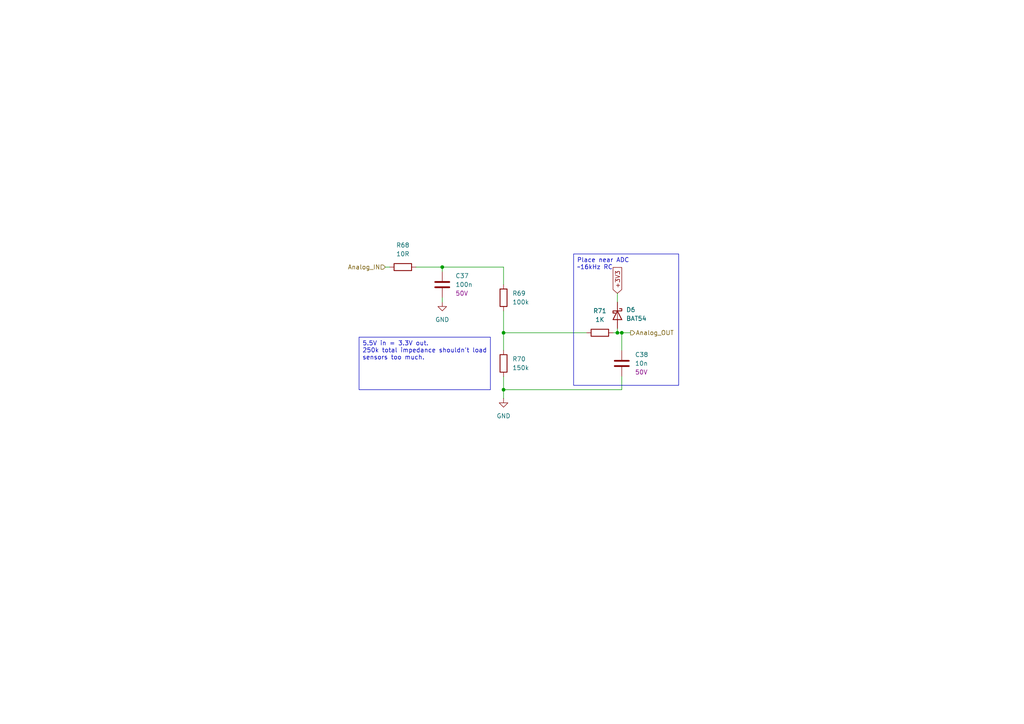
<source format=kicad_sch>
(kicad_sch (version 20250114) (generator "eeschema") (generator_version "9.0")
  (paper "A4")
  (title_block (title "Main architecture") (date "2025-08-10") (rev "1.4") (company "Alex Miller & Martin Roger") (comment 1 "https://github.com/martinroger/VXDash") (comment 2 "https://cadlab.io/projects/vxdash"))
  (lib_symbols
    (symbol "VXDash_diodes:D_Schottky" (pin_numbers (hide yes)) (pin_names (offset 1.016) (hide yes))
      (property "Reference" "D" (at 0 2.54 0))
      (property "Value" "D_Schottky" (at 0 -2.54 0))
      (symbol "D_Schottky_0_1"
        (polyline (pts (xy -1.905 0.635) (xy -1.905 1.27) (xy -1.27 1.27) (xy -1.27 -1.27) (xy -0.635 -1.27) (xy -0.635 -0.635)) (stroke (width 0.254)))
        (polyline (pts (xy 1.27 1.27) (xy 1.27 -1.27) (xy -1.27 0) (xy 1.27 1.27)) (stroke (width 0.254)))
        (polyline (pts (xy 1.27 0) (xy -1.27 0)))
      )
      (symbol "D_Schottky_1_1"
        (pin passive line (at -3.81 0 0) (length 2.54) (name "K") (number "1"))
        (pin passive line (at 3.81 0 180) (length 2.54) (name "A") (number "2"))
      )
    )
    (symbol "VXDash_passives:Cap_MLCC" (pin_numbers (hide yes)) (pin_names (offset 0.254))
      (property "Reference" "C" (at 2.54 2.54 0))
      (property "Value" "Cap_MLCC" (at 2.54 0 0))
      (property "Voltage" "50V" (at 2.54 -2.54 0))
      (symbol "Cap_MLCC_0_1"
        (polyline (pts (xy -2.032 0.762) (xy 2.032 0.762)) (stroke (width 0.508)))
        (polyline (pts (xy -2.032 -0.762) (xy 2.032 -0.762)) (stroke (width 0.508)))
      )
      (symbol "Cap_MLCC_1_1"
        (pin passive line (at 0 3.81 270) (length 2.794) (name "~") (number "1"))
        (pin passive line (at 0 -3.81 90) (length 2.794) (name "~") (number "2"))
      )
    )
    (symbol "VXDash_passives:Res" (pin_numbers (hide yes)) (pin_names (offset 0))
      (property "Reference" "R" (at 1.27 1.27 0))
      (property "Value" "Res" (at 1.27 -1.27 0))
      (symbol "Res_0_1"
        (rectangle (start -1.016 -2.54) (end 1.016 2.54) (stroke (width 0.254)))
      )
      (symbol "Res_1_1"
        (pin passive line (at 0 3.81 270) (length 1.27) (name "~") (number "1"))
        (pin passive line (at 0 -3.81 90) (length 1.27) (name "~") (number "2"))
      )
    )
    (symbol "power:GND" (power) (pin_numbers (hide yes)) (pin_names (offset 0) (hide yes))
      (property "Value" "GND" (at 0 -3.81 0))
      (symbol "GND_0_1"
        (polyline (pts (xy 0 0) (xy 0 -1.27) (xy 1.27 -1.27) (xy 0 -2.54) (xy -1.27 -1.27) (xy 0 -1.27)))
      )
      (symbol "GND_1_1"
        (pin power_in line (at 0 0 270) (length 0) (name "~") (number "1"))
      )
    )
  )
  (text_box "Place near ADC\n~16kHz RC" (at 166.37 73.66 0) (size 30.48 38.1) (margins 0.9525 0.9525 0.9525 0.9525) (effects (font (size 1.27 1.27)) (justify left top)))
  (text_box "5.5V in = 3.3V out. \n250k total impedance shouldn't load sensors too much." (at 104.14 97.79 0) (size 38.1 15.24) (margins 0.9525 0.9525 0.9525 0.9525) (effects (font (size 1.27 1.27)) (justify left top)))
  (junction (at 146.05 96.52))
  (junction (at 179.07 96.52))
  (junction (at 128.27 77.47))
  (junction (at 146.05 113.03))
  (junction (at 180.34 96.52))
  (wire (pts (xy 146.05 113.03) (xy 146.05 109.22)))
  (wire (pts (xy 146.05 96.52) (xy 170.18 96.52)))
  (wire (pts (xy 179.07 85.09) (xy 179.07 87.63)))
  (wire (pts (xy 179.07 95.25) (xy 179.07 96.52)))
  (wire (pts (xy 128.27 77.47) (xy 146.05 77.47)))
  (wire (pts (xy 120.65 77.47) (xy 128.27 77.47)))
  (wire (pts (xy 179.07 96.52) (xy 180.34 96.52)))
  (wire (pts (xy 146.05 82.55) (xy 146.05 77.47)))
  (wire (pts (xy 146.05 90.17) (xy 146.05 96.52)))
  (wire (pts (xy 177.8 96.52) (xy 179.07 96.52)))
  (wire (pts (xy 128.27 78.74) (xy 128.27 77.47)))
  (wire (pts (xy 180.34 109.22) (xy 180.34 113.03)))
  (wire (pts (xy 180.34 96.52) (xy 182.88 96.52)))
  (wire (pts (xy 146.05 96.52) (xy 146.05 101.6)))
  (wire (pts (xy 146.05 113.03) (xy 146.05 115.57)))
  (wire (pts (xy 180.34 96.52) (xy 180.34 101.6)))
  (wire (pts (xy 111.76 77.47) (xy 113.03 77.47)))
  (wire (pts (xy 146.05 113.03) (xy 180.34 113.03)))
  (wire (pts (xy 128.27 86.36) (xy 128.27 87.63)))
  (global_label "+3V3" (shape input) (at 179.07 85.09 90) (property "Intersheetrefs" "${INTERSHEET_REFS}" (effects (hide yes))))
  (hierarchical_label "Analog_IN" (shape input) (at 111.76 77.47 180))
  (hierarchical_label "Analog_OUT" (shape output) (at 182.88 96.52 0))
  (symbol (lib_id "VXDash_passives:Res") (at 173.99 96.52 90) (unit 1)
    (property "Reference" "R71" (at 173.99 90.17 90))
    (property "Value" "1K" (at 173.99 92.71 90))
    (property "Footprint" "Resistor_SMD:R_0603_1608Metric_Pad0.98x0.95mm_HandSolder" (effects (hide yes)))
    (property "Tol" "1%" (effects (hide yes)))
    (property "Power" "100mW" (effects (hide yes)))
    (instances (project "VXDash" (path "" (reference "R71") (unit 1)) (path "" (reference "R75") (unit 1))))
  )
  (symbol (lib_id "VXDash_passives:Res") (at 146.05 105.41 180) (unit 1)
    (property "Reference" "R70" (at 148.59 104.1399 0) (effects (justify right)))
    (property "Value" "150k" (at 148.59 106.6799 0) (effects (justify right)))
    (property "Footprint" "Resistor_SMD:R_0603_1608Metric_Pad0.98x0.95mm_HandSolder" (effects (hide yes)))
    (property "Tol" "1%" (effects (hide yes)))
    (property "Power" "100mW" (effects (hide yes)))
    (instances (project "VXDash" (path "" (reference "R70") (unit 1)) (path "" (reference "R74") (unit 1))))
  )
  (symbol (lib_id "VXDash_diodes:D_Schottky") (at 179.07 91.44 270) (unit 1)
    (property "Reference" "D6" (at 181.61 89.8524 90) (effects (justify left)))
    (property "Value" "BAT54" (at 181.61 92.3924 90) (effects (justify left)))
    (property "Footprint" "Diode_SMD:D_SOD-123" (effects (hide yes)))
    (property "Datasheet" "https://www.onsemi.com/pdf/datasheet/bat54t1-d.pdf" (effects (hide yes)))
    (property "Description" "Schottky diode" (effects (hide yes)))
    (property "MFT" "OnSemi" (effects (hide yes)))
    (property "MFT_PN" "BAT54T1G" (effects (hide yes)))
    (instances (project "VXDash" (path "" (reference "D6") (unit 1)) (path "" (reference "D7") (unit 1))))
  )
  (symbol (lib_id "power:GND") (at 146.05 115.57 0) (unit 1)
    (property "Reference" "#PWR058" (effects (hide yes)))
    (property "Value" "GND" (at 146.05 120.65 0))
    (property "Description" "Power symbol creates a global label with name \"GND\" , ground" (effects (hide yes)))
    (instances (project "VXDash" (path "" (reference "#PWR058") (unit 1)) (path "" (reference "#PWR060") (unit 1))))
  )
  (symbol (lib_id "VXDash_passives:Res") (at 116.84 77.47 90) (unit 1)
    (property "Reference" "R68" (at 116.84 71.12 90))
    (property "Value" "10R" (at 116.84 73.66 90))
    (property "Footprint" "Resistor_SMD:R_0805_2012Metric_Pad1.20x1.40mm_HandSolder" (effects (hide yes)))
    (property "Tol" "1%" (effects (hide yes)))
    (property "Power" "100mW" (effects (hide yes)))
    (instances (project "VXDash" (path "" (reference "R68") (unit 1)) (path "" (reference "R72") (unit 1))))
  )
  (symbol (lib_id "VXDash_passives:Cap_MLCC") (at 180.34 105.41 180) (unit 1)
    (property "Reference" "C38" (at 184.15 102.8699 0) (effects (justify right)))
    (property "Value" "10n" (at 184.15 105.4099 0) (effects (justify right)))
    (property "Footprint" "Capacitor_SMD:C_0603_1608Metric_Pad1.08x0.95mm_HandSolder" (effects (hide yes)))
    (property "Dielectric" "X7R" (effects (hide yes)))
    (property "Tol" "10%" (effects (hide yes)))
    (property "Voltage" "50V" (at 184.15 107.9499 0) (effects (justify right)))
    (instances (project "VXDash" (path "" (reference "C38") (unit 1)) (path "" (reference "C40") (unit 1))))
  )
  (symbol (lib_id "power:GND") (at 128.27 87.63 0) (unit 1)
    (property "Reference" "#PWR057" (effects (hide yes)))
    (property "Value" "GND" (at 128.27 92.71 0))
    (property "Description" "Power symbol creates a global label with name \"GND\" , ground" (effects (hide yes)))
    (instances (project "VXDash" (path "" (reference "#PWR057") (unit 1)) (path "" (reference "#PWR059") (unit 1))))
  )
  (symbol (lib_id "VXDash_passives:Res") (at 146.05 86.36 0) (unit 1)
    (property "Reference" "R69" (at 148.59 85.0899 0) (effects (justify left)))
    (property "Value" "100k" (at 148.59 87.6299 0) (effects (justify left)))
    (property "Footprint" "Resistor_SMD:R_0603_1608Metric_Pad0.98x0.95mm_HandSolder" (effects (hide yes)))
    (property "Tol" "1%" (effects (hide yes)))
    (property "Power" "100mW" (effects (hide yes)))
    (instances (project "VXDash" (path "" (reference "R69") (unit 1)) (path "" (reference "R73") (unit 1))))
  )
  (symbol (lib_id "VXDash_passives:Cap_MLCC") (at 128.27 82.55 180) (unit 1)
    (property "Reference" "C37" (at 132.08 80.0099 0) (effects (justify right)))
    (property "Value" "100n" (at 132.08 82.5499 0) (effects (justify right)))
    (property "Footprint" "Capacitor_SMD:C_0603_1608Metric_Pad1.08x0.95mm_HandSolder" (effects (hide yes)))
    (property "Dielectric" "X7R" (effects (hide yes)))
    (property "Tol" "10%" (effects (hide yes)))
    (property "Voltage" "50V" (at 132.08 85.0899 0) (effects (justify right)))
    (instances (project "VXDash" (path "" (reference "C37") (unit 1)) (path "" (reference "C39") (unit 1))))
  )
)
</source>
